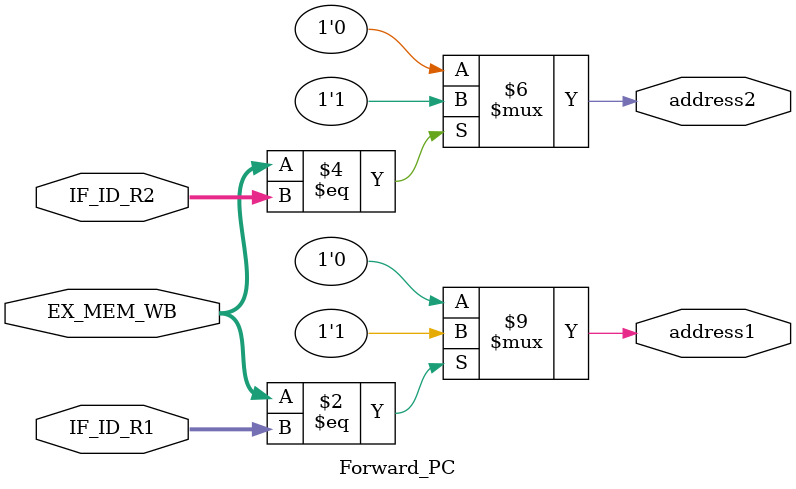
<source format=v>
module Forward_PC(EX_MEM_WB,IF_ID_R1,IF_ID_R2,address1,address2);
  input [4:0]EX_MEM_WB;
  input [4:0]IF_ID_R1;
  input [4:0]IF_ID_R2;
  output reg address1;
  output reg address2;
  
  always@(*)
  if(EX_MEM_WB==IF_ID_R1)
    address1=1;
  else
    address1=0;
    
  always@(*)
  if(EX_MEM_WB==IF_ID_R2)
    address2=1;
  else
    address2=0;
    
endmodule
  
</source>
